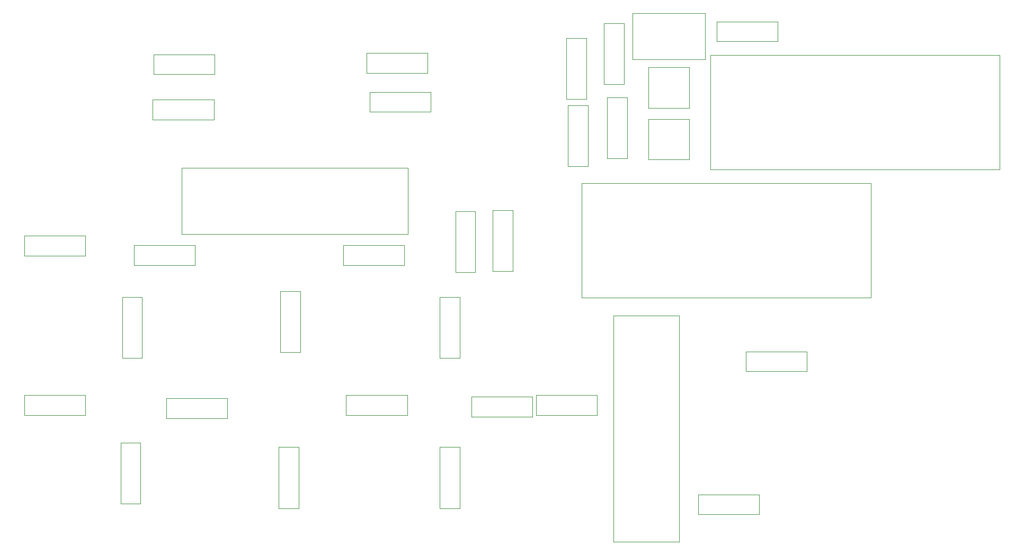
<source format=gbr>
G04 #@! TF.FileFunction,Other,User*
%FSLAX46Y46*%
G04 Gerber Fmt 4.6, Leading zero omitted, Abs format (unit mm)*
G04 Created by KiCad (PCBNEW 4.0.7) date Monday, 04 December 2017 'PMt' 14:32:11*
%MOMM*%
%LPD*%
G01*
G04 APERTURE LIST*
%ADD10C,0.100000*%
%ADD11C,0.050000*%
G04 APERTURE END LIST*
D10*
D11*
X122750000Y-33200000D02*
X129250000Y-33200000D01*
X129250000Y-33200000D02*
X129250000Y-26750000D01*
X129250000Y-26750000D02*
X122750000Y-26750000D01*
X122750000Y-26750000D02*
X122750000Y-33200000D01*
X122750000Y-41450000D02*
X129250000Y-41450000D01*
X129250000Y-41450000D02*
X129250000Y-35000000D01*
X129250000Y-35000000D02*
X122750000Y-35000000D01*
X122750000Y-35000000D02*
X122750000Y-41450000D01*
X53300000Y-35100000D02*
X53300000Y-31900000D01*
X53300000Y-31900000D02*
X43550000Y-31900000D01*
X43550000Y-31900000D02*
X43550000Y-35100000D01*
X43550000Y-35100000D02*
X53300000Y-35100000D01*
X43700000Y-24650000D02*
X43700000Y-27850000D01*
X43700000Y-27850000D02*
X53450000Y-27850000D01*
X53450000Y-27850000D02*
X53450000Y-24650000D01*
X53450000Y-24650000D02*
X43700000Y-24650000D01*
X78200000Y-30650000D02*
X78200000Y-33850000D01*
X78200000Y-33850000D02*
X87950000Y-33850000D01*
X87950000Y-33850000D02*
X87950000Y-30650000D01*
X87950000Y-30650000D02*
X78200000Y-30650000D01*
X77700000Y-24400000D02*
X77700000Y-27600000D01*
X77700000Y-27600000D02*
X87450000Y-27600000D01*
X87450000Y-27600000D02*
X87450000Y-24400000D01*
X87450000Y-24400000D02*
X77700000Y-24400000D01*
X109900000Y-42550000D02*
X113100000Y-42550000D01*
X113100000Y-42550000D02*
X113100000Y-32800000D01*
X113100000Y-32800000D02*
X109900000Y-32800000D01*
X109900000Y-32800000D02*
X109900000Y-42550000D01*
X109650000Y-31800000D02*
X112850000Y-31800000D01*
X112850000Y-31800000D02*
X112850000Y-22050000D01*
X112850000Y-22050000D02*
X109650000Y-22050000D01*
X109650000Y-22050000D02*
X109650000Y-31800000D01*
X118850000Y-19700000D02*
X115650000Y-19700000D01*
X115650000Y-19700000D02*
X115650000Y-29450000D01*
X115650000Y-29450000D02*
X118850000Y-29450000D01*
X118850000Y-29450000D02*
X118850000Y-19700000D01*
X116150000Y-41300000D02*
X119350000Y-41300000D01*
X119350000Y-41300000D02*
X119350000Y-31550000D01*
X119350000Y-31550000D02*
X116150000Y-31550000D01*
X116150000Y-31550000D02*
X116150000Y-41300000D01*
X133700000Y-19400000D02*
X133700000Y-22600000D01*
X133700000Y-22600000D02*
X143450000Y-22600000D01*
X143450000Y-22600000D02*
X143450000Y-19400000D01*
X143450000Y-19400000D02*
X133700000Y-19400000D01*
X32800000Y-56850000D02*
X32800000Y-53650000D01*
X32800000Y-53650000D02*
X23050000Y-53650000D01*
X23050000Y-53650000D02*
X23050000Y-56850000D01*
X23050000Y-56850000D02*
X32800000Y-56850000D01*
X41850000Y-63450000D02*
X38650000Y-63450000D01*
X38650000Y-63450000D02*
X38650000Y-73200000D01*
X38650000Y-73200000D02*
X41850000Y-73200000D01*
X41850000Y-73200000D02*
X41850000Y-63450000D01*
X50300000Y-58350000D02*
X50300000Y-55150000D01*
X50300000Y-55150000D02*
X40550000Y-55150000D01*
X40550000Y-55150000D02*
X40550000Y-58350000D01*
X40550000Y-58350000D02*
X50300000Y-58350000D01*
X63900000Y-72300000D02*
X67100000Y-72300000D01*
X67100000Y-72300000D02*
X67100000Y-62550000D01*
X67100000Y-62550000D02*
X63900000Y-62550000D01*
X63900000Y-62550000D02*
X63900000Y-72300000D01*
X73950000Y-55150000D02*
X73950000Y-58350000D01*
X73950000Y-58350000D02*
X83700000Y-58350000D01*
X83700000Y-58350000D02*
X83700000Y-55150000D01*
X83700000Y-55150000D02*
X73950000Y-55150000D01*
X92600000Y-63450000D02*
X89400000Y-63450000D01*
X89400000Y-63450000D02*
X89400000Y-73200000D01*
X89400000Y-73200000D02*
X92600000Y-73200000D01*
X92600000Y-73200000D02*
X92600000Y-63450000D01*
X95100000Y-49700000D02*
X91900000Y-49700000D01*
X91900000Y-49700000D02*
X91900000Y-59450000D01*
X91900000Y-59450000D02*
X95100000Y-59450000D01*
X95100000Y-59450000D02*
X95100000Y-49700000D01*
X97900000Y-59300000D02*
X101100000Y-59300000D01*
X101100000Y-59300000D02*
X101100000Y-49550000D01*
X101100000Y-49550000D02*
X97900000Y-49550000D01*
X97900000Y-49550000D02*
X97900000Y-59300000D01*
X41600000Y-86700000D02*
X38400000Y-86700000D01*
X38400000Y-86700000D02*
X38400000Y-96450000D01*
X38400000Y-96450000D02*
X41600000Y-96450000D01*
X41600000Y-96450000D02*
X41600000Y-86700000D01*
X32800000Y-82350000D02*
X32800000Y-79150000D01*
X32800000Y-79150000D02*
X23050000Y-79150000D01*
X23050000Y-79150000D02*
X23050000Y-82350000D01*
X23050000Y-82350000D02*
X32800000Y-82350000D01*
X66850000Y-87450000D02*
X63650000Y-87450000D01*
X63650000Y-87450000D02*
X63650000Y-97200000D01*
X63650000Y-97200000D02*
X66850000Y-97200000D01*
X66850000Y-97200000D02*
X66850000Y-87450000D01*
X45700000Y-79650000D02*
X45700000Y-82850000D01*
X45700000Y-82850000D02*
X55450000Y-82850000D01*
X55450000Y-82850000D02*
X55450000Y-79650000D01*
X55450000Y-79650000D02*
X45700000Y-79650000D01*
X92600000Y-87450000D02*
X89400000Y-87450000D01*
X89400000Y-87450000D02*
X89400000Y-97200000D01*
X89400000Y-97200000D02*
X92600000Y-97200000D01*
X92600000Y-97200000D02*
X92600000Y-87450000D01*
X74450000Y-79150000D02*
X74450000Y-82350000D01*
X74450000Y-82350000D02*
X84200000Y-82350000D01*
X84200000Y-82350000D02*
X84200000Y-79150000D01*
X84200000Y-79150000D02*
X74450000Y-79150000D01*
X114550000Y-82350000D02*
X114550000Y-79150000D01*
X114550000Y-79150000D02*
X104800000Y-79150000D01*
X104800000Y-79150000D02*
X104800000Y-82350000D01*
X104800000Y-82350000D02*
X114550000Y-82350000D01*
X94450000Y-79400000D02*
X94450000Y-82600000D01*
X94450000Y-82600000D02*
X104200000Y-82600000D01*
X104200000Y-82600000D02*
X104200000Y-79400000D01*
X104200000Y-79400000D02*
X94450000Y-79400000D01*
X148060000Y-75350000D02*
X148060000Y-72150000D01*
X148060000Y-72150000D02*
X138310000Y-72150000D01*
X138310000Y-72150000D02*
X138310000Y-75350000D01*
X138310000Y-75350000D02*
X148060000Y-75350000D01*
X140440000Y-98210000D02*
X140440000Y-95010000D01*
X140440000Y-95010000D02*
X130690000Y-95010000D01*
X130690000Y-95010000D02*
X130690000Y-98210000D01*
X130690000Y-98210000D02*
X140440000Y-98210000D01*
X84300000Y-42800000D02*
X48200000Y-42800000D01*
X48200000Y-42800000D02*
X48200000Y-53350000D01*
X48200000Y-53350000D02*
X84300000Y-53350000D01*
X84300000Y-53350000D02*
X84300000Y-42800000D01*
X127700000Y-102550000D02*
X127700000Y-66450000D01*
X127700000Y-66450000D02*
X117150000Y-66450000D01*
X117150000Y-66450000D02*
X117150000Y-102550000D01*
X117150000Y-102550000D02*
X127700000Y-102550000D01*
X120200000Y-18100000D02*
X120200000Y-25400000D01*
X120200000Y-25400000D02*
X131800000Y-25400000D01*
X131800000Y-25400000D02*
X131800000Y-18100000D01*
X131800000Y-18100000D02*
X120200000Y-18100000D01*
X132690000Y-43030000D02*
X132690000Y-24750000D01*
X132690000Y-43030000D02*
X178910000Y-43030000D01*
X178910000Y-24750000D02*
X132690000Y-24750000D01*
X178910000Y-24750000D02*
X178910000Y-43030000D01*
X158310000Y-45220000D02*
X158310000Y-63500000D01*
X158310000Y-45220000D02*
X112090000Y-45220000D01*
X112090000Y-63500000D02*
X158310000Y-63500000D01*
X112090000Y-63500000D02*
X112090000Y-45220000D01*
M02*

</source>
